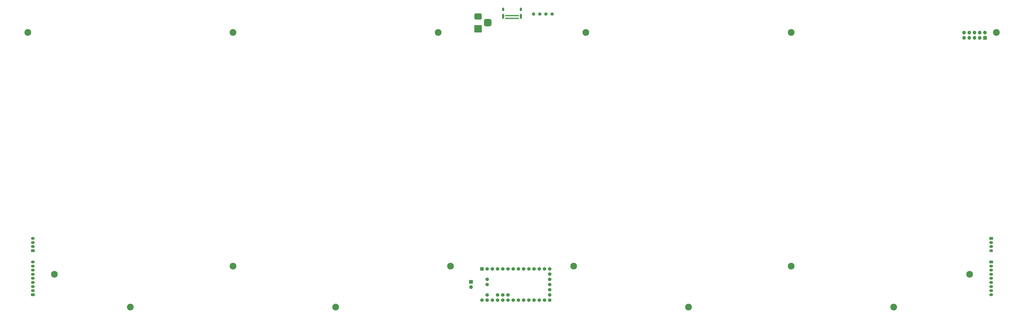
<source format=gbr>
G04 #@! TF.GenerationSoftware,KiCad,Pcbnew,(5.1.7)-1*
G04 #@! TF.CreationDate,2021-02-18T19:25:02-05:00*
G04 #@! TF.ProjectId,OpeNITHM-full,4f70654e-4954-4484-9d2d-66756c6c2e6b,rev?*
G04 #@! TF.SameCoordinates,Original*
G04 #@! TF.FileFunction,Soldermask,Bot*
G04 #@! TF.FilePolarity,Negative*
%FSLAX46Y46*%
G04 Gerber Fmt 4.6, Leading zero omitted, Abs format (unit mm)*
G04 Created by KiCad (PCBNEW (5.1.7)-1) date 2021-02-18 19:25:02*
%MOMM*%
%LPD*%
G01*
G04 APERTURE LIST*
%ADD10O,1.802000X1.802000*%
%ADD11C,1.702000*%
%ADD12C,0.802000*%
%ADD13O,1.002000X2.502000*%
%ADD14O,1.002000X1.802000*%
%ADD15C,1.602000*%
%ADD16O,1.852000X1.302000*%
%ADD17C,3.302000*%
%ADD18C,0.100000*%
G04 APERTURE END LIST*
D10*
X368300000Y-18097500D03*
X368300000Y-20637500D03*
X370840000Y-18097500D03*
X370840000Y-20637500D03*
X373380000Y-18097500D03*
X373380000Y-20637500D03*
X375920000Y-18097500D03*
X375920000Y-20637500D03*
X378460000Y-18097500D03*
G36*
G01*
X379310000Y-21538500D02*
X377610000Y-21538500D01*
G75*
G02*
X377559000Y-21487500I0J51000D01*
G01*
X377559000Y-19787500D01*
G75*
G02*
X377610000Y-19736500I51000J0D01*
G01*
X379310000Y-19736500D01*
G75*
G02*
X379361000Y-19787500I0J-51000D01*
G01*
X379361000Y-21487500D01*
G75*
G02*
X379310000Y-21538500I-51000J0D01*
G01*
G37*
D11*
X135890000Y-140970000D03*
X135890000Y-138430000D03*
G36*
G01*
X132499000Y-134150000D02*
X132499000Y-132550000D01*
G75*
G02*
X132550000Y-132499000I51000J0D01*
G01*
X134150000Y-132499000D01*
G75*
G02*
X134201000Y-132550000I0J-51000D01*
G01*
X134201000Y-134150000D01*
G75*
G02*
X134150000Y-134201000I-51000J0D01*
G01*
X132550000Y-134201000D01*
G75*
G02*
X132499000Y-134150000I0J51000D01*
G01*
G37*
X135890000Y-133350000D03*
X138430000Y-133350000D03*
X140970000Y-133350000D03*
X143510000Y-133350000D03*
X146050000Y-133350000D03*
X148590000Y-133350000D03*
X151130000Y-133350000D03*
X153670000Y-133350000D03*
X156210000Y-133350000D03*
X158750000Y-133350000D03*
X161290000Y-133350000D03*
X163830000Y-133350000D03*
X146050000Y-146050000D03*
X143510000Y-146050000D03*
X140970000Y-146050000D03*
X135890000Y-146050000D03*
X133350000Y-148590000D03*
X135890000Y-148590000D03*
X138430000Y-148590000D03*
X140970000Y-148590000D03*
X143510000Y-148590000D03*
X146050000Y-148590000D03*
X148590000Y-148590000D03*
X151130000Y-148590000D03*
X153670000Y-148590000D03*
X156210000Y-148590000D03*
X158750000Y-148590000D03*
X161290000Y-148590000D03*
X163830000Y-148590000D03*
X166370000Y-133350000D03*
X166370000Y-135890000D03*
X166370000Y-138430000D03*
X166370000Y-148590000D03*
X166370000Y-146050000D03*
X166370000Y-143510000D03*
X166370000Y-140970000D03*
G36*
G01*
X128901000Y-138850000D02*
X128901000Y-140550000D01*
G75*
G02*
X128850000Y-140601000I-51000J0D01*
G01*
X127150000Y-140601000D01*
G75*
G02*
X127099000Y-140550000I0J51000D01*
G01*
X127099000Y-138850000D01*
G75*
G02*
X127150000Y-138799000I51000J0D01*
G01*
X128850000Y-138799000D01*
G75*
G02*
X128901000Y-138850000I0J-51000D01*
G01*
G37*
D10*
X128000000Y-142240000D03*
D12*
X145020000Y-11100000D03*
X145870000Y-11100000D03*
X146720000Y-11100000D03*
X147570000Y-11100000D03*
X148420000Y-11100000D03*
X149270000Y-11100000D03*
X150120000Y-11100000D03*
X150970000Y-11100000D03*
X145870000Y-9750000D03*
X147570000Y-9750000D03*
X146720000Y-9750000D03*
X145020000Y-9750000D03*
X149270000Y-9750000D03*
X150120000Y-9750000D03*
X150970000Y-9750000D03*
X148420000Y-9750000D03*
D13*
X143670000Y-10120000D03*
X152320000Y-10120000D03*
D14*
X143670000Y-6740000D03*
X152320000Y-6740000D03*
G36*
G01*
X135244500Y-11399000D02*
X137045500Y-11399000D01*
G75*
G02*
X137946000Y-12299500I0J-900500D01*
G01*
X137946000Y-14100500D01*
G75*
G02*
X137045500Y-15001000I-900500J0D01*
G01*
X135244500Y-15001000D01*
G75*
G02*
X134344000Y-14100500I0J900500D01*
G01*
X134344000Y-12299500D01*
G75*
G02*
X135244500Y-11399000I900500J0D01*
G01*
G37*
G36*
G01*
X130419500Y-8649000D02*
X132470500Y-8649000D01*
G75*
G02*
X133246000Y-9424500I0J-775500D01*
G01*
X133246000Y-10975500D01*
G75*
G02*
X132470500Y-11751000I-775500J0D01*
G01*
X130419500Y-11751000D01*
G75*
G02*
X129644000Y-10975500I0J775500D01*
G01*
X129644000Y-9424500D01*
G75*
G02*
X130419500Y-8649000I775500J0D01*
G01*
G37*
G36*
G01*
X129695000Y-14399000D02*
X133195000Y-14399000D01*
G75*
G02*
X133246000Y-14450000I0J-51000D01*
G01*
X133246000Y-17950000D01*
G75*
G02*
X133195000Y-18001000I-51000J0D01*
G01*
X129695000Y-18001000D01*
G75*
G02*
X129644000Y-17950000I0J51000D01*
G01*
X129644000Y-14450000D01*
G75*
G02*
X129695000Y-14399000I51000J0D01*
G01*
G37*
D15*
X167500000Y-9000000D03*
X164500000Y-9000000D03*
X161500000Y-9000000D03*
X158500000Y-9000000D03*
D16*
X-85500000Y-118500000D03*
X-85500000Y-120500000D03*
X-85500000Y-122500000D03*
G36*
G01*
X-84845248Y-125151000D02*
X-86154752Y-125151000D01*
G75*
G02*
X-86426000Y-124879752I0J271248D01*
G01*
X-86426000Y-124120248D01*
G75*
G02*
X-86154752Y-123849000I271248J0D01*
G01*
X-84845248Y-123849000D01*
G75*
G02*
X-84574000Y-124120248I0J-271248D01*
G01*
X-84574000Y-124879752D01*
G75*
G02*
X-84845248Y-125151000I-271248J0D01*
G01*
G37*
X381500000Y-124500000D03*
X381500000Y-122500000D03*
X381500000Y-120500000D03*
G36*
G01*
X380845248Y-117849000D02*
X382154752Y-117849000D01*
G75*
G02*
X382426000Y-118120248I0J-271248D01*
G01*
X382426000Y-118879752D01*
G75*
G02*
X382154752Y-119151000I-271248J0D01*
G01*
X380845248Y-119151000D01*
G75*
G02*
X380574000Y-118879752I0J271248D01*
G01*
X380574000Y-118120248D01*
G75*
G02*
X380845248Y-117849000I271248J0D01*
G01*
G37*
X381500000Y-146000000D03*
X381500000Y-144000000D03*
X381500000Y-142000000D03*
X381500000Y-140000000D03*
X381500000Y-138000000D03*
X381500000Y-136000000D03*
X381500000Y-134000000D03*
X381500000Y-132000000D03*
G36*
G01*
X380845248Y-129349000D02*
X382154752Y-129349000D01*
G75*
G02*
X382426000Y-129620248I0J-271248D01*
G01*
X382426000Y-130379752D01*
G75*
G02*
X382154752Y-130651000I-271248J0D01*
G01*
X380845248Y-130651000D01*
G75*
G02*
X380574000Y-130379752I0J271248D01*
G01*
X380574000Y-129620248D01*
G75*
G02*
X380845248Y-129349000I271248J0D01*
G01*
G37*
X-85500000Y-130000000D03*
X-85500000Y-132000000D03*
X-85500000Y-134000000D03*
X-85500000Y-136000000D03*
X-85500000Y-138000000D03*
X-85500000Y-140000000D03*
X-85500000Y-142000000D03*
X-85500000Y-144000000D03*
G36*
G01*
X-84845248Y-146651000D02*
X-86154752Y-146651000D01*
G75*
G02*
X-86426000Y-146379752I0J271248D01*
G01*
X-86426000Y-145620248D01*
G75*
G02*
X-86154752Y-145349000I271248J0D01*
G01*
X-84845248Y-145349000D01*
G75*
G02*
X-84574000Y-145620248I0J-271248D01*
G01*
X-84574000Y-146379752D01*
G75*
G02*
X-84845248Y-146651000I-271248J0D01*
G01*
G37*
D17*
X284000000Y-132000000D03*
X178000000Y-132000000D03*
X118000000Y-132000000D03*
X12000000Y-132000000D03*
X-88000000Y-18000000D03*
X334000000Y-152000000D03*
X284000000Y-18000000D03*
X234000000Y-152000000D03*
X184000000Y-18000000D03*
X62000000Y-152000000D03*
X112000000Y-18000000D03*
X-38000000Y-152000000D03*
X12000000Y-18000000D03*
X371000000Y-136000000D03*
X384000000Y-18000000D03*
X-75000000Y-136000000D03*
D18*
G36*
X134345990Y-14100304D02*
G01*
X134363273Y-14275784D01*
X134414403Y-14444337D01*
X134497433Y-14599675D01*
X134609171Y-14735829D01*
X134745325Y-14847567D01*
X134900663Y-14930597D01*
X135069216Y-14981727D01*
X135244696Y-14999010D01*
X135246322Y-15000175D01*
X135246126Y-15002165D01*
X135244500Y-15003000D01*
X135188140Y-15003000D01*
X135187944Y-15002990D01*
X135018438Y-14986295D01*
X135018053Y-14986219D01*
X134860959Y-14938565D01*
X134860597Y-14938415D01*
X134715826Y-14861033D01*
X134715500Y-14860815D01*
X134588603Y-14756674D01*
X134588326Y-14756397D01*
X134484185Y-14629500D01*
X134483967Y-14629174D01*
X134406585Y-14484403D01*
X134406435Y-14484041D01*
X134358781Y-14326947D01*
X134358705Y-14326562D01*
X134342010Y-14157056D01*
X134342000Y-14156860D01*
X134342000Y-14100500D01*
X134343000Y-14098768D01*
X134345000Y-14098768D01*
X134345990Y-14100304D01*
G37*
G36*
X137947165Y-14098874D02*
G01*
X137948000Y-14100500D01*
X137948000Y-14156860D01*
X137947990Y-14157056D01*
X137931295Y-14326562D01*
X137931219Y-14326947D01*
X137883565Y-14484041D01*
X137883415Y-14484403D01*
X137806033Y-14629174D01*
X137805815Y-14629500D01*
X137701674Y-14756397D01*
X137701397Y-14756674D01*
X137574500Y-14860815D01*
X137574174Y-14861033D01*
X137429403Y-14938415D01*
X137429041Y-14938565D01*
X137271947Y-14986219D01*
X137271562Y-14986295D01*
X137102056Y-15002990D01*
X137101860Y-15003000D01*
X137045500Y-15003000D01*
X137043768Y-15002000D01*
X137043768Y-15000000D01*
X137045304Y-14999010D01*
X137220784Y-14981727D01*
X137389337Y-14930597D01*
X137544675Y-14847567D01*
X137680829Y-14735829D01*
X137792567Y-14599675D01*
X137875597Y-14444337D01*
X137926727Y-14275784D01*
X137944010Y-14100304D01*
X137945175Y-14098678D01*
X137947165Y-14098874D01*
G37*
G36*
X135246232Y-11398000D02*
G01*
X135246232Y-11400000D01*
X135244696Y-11400990D01*
X135069216Y-11418273D01*
X134900663Y-11469403D01*
X134745325Y-11552433D01*
X134609171Y-11664171D01*
X134497433Y-11800325D01*
X134414403Y-11955663D01*
X134363273Y-12124216D01*
X134345990Y-12299696D01*
X134344825Y-12301322D01*
X134342835Y-12301126D01*
X134342000Y-12299500D01*
X134342000Y-12243140D01*
X134342010Y-12242944D01*
X134358705Y-12073438D01*
X134358781Y-12073053D01*
X134406435Y-11915959D01*
X134406585Y-11915597D01*
X134483967Y-11770826D01*
X134484185Y-11770500D01*
X134588326Y-11643603D01*
X134588603Y-11643326D01*
X134715500Y-11539185D01*
X134715826Y-11538967D01*
X134860597Y-11461585D01*
X134860959Y-11461435D01*
X135018053Y-11413781D01*
X135018438Y-11413705D01*
X135187944Y-11397010D01*
X135188140Y-11397000D01*
X135244500Y-11397000D01*
X135246232Y-11398000D01*
G37*
G36*
X137102056Y-11397010D02*
G01*
X137271562Y-11413705D01*
X137271947Y-11413781D01*
X137429041Y-11461435D01*
X137429403Y-11461585D01*
X137574174Y-11538967D01*
X137574500Y-11539185D01*
X137701397Y-11643326D01*
X137701674Y-11643603D01*
X137805815Y-11770500D01*
X137806033Y-11770826D01*
X137883415Y-11915597D01*
X137883565Y-11915959D01*
X137931219Y-12073053D01*
X137931295Y-12073438D01*
X137947990Y-12242944D01*
X137948000Y-12243140D01*
X137948000Y-12299500D01*
X137947000Y-12301232D01*
X137945000Y-12301232D01*
X137944010Y-12299696D01*
X137926727Y-12124216D01*
X137875597Y-11955663D01*
X137792567Y-11800325D01*
X137680829Y-11664171D01*
X137544675Y-11552433D01*
X137389337Y-11469403D01*
X137220784Y-11418273D01*
X137045304Y-11400990D01*
X137043678Y-11399825D01*
X137043874Y-11397835D01*
X137045500Y-11397000D01*
X137101860Y-11397000D01*
X137102056Y-11397010D01*
G37*
G36*
X133247165Y-10973874D02*
G01*
X133248000Y-10975500D01*
X133248000Y-11031860D01*
X133247990Y-11032056D01*
X133233697Y-11177175D01*
X133233621Y-11177560D01*
X133193080Y-11311206D01*
X133192930Y-11311568D01*
X133127100Y-11434727D01*
X133126882Y-11435053D01*
X133038286Y-11543009D01*
X133038009Y-11543286D01*
X132930053Y-11631882D01*
X132929727Y-11632100D01*
X132806568Y-11697930D01*
X132806206Y-11698080D01*
X132672560Y-11738621D01*
X132672175Y-11738697D01*
X132527056Y-11752990D01*
X132526860Y-11753000D01*
X132470500Y-11753000D01*
X132468768Y-11752000D01*
X132468768Y-11750000D01*
X132470304Y-11749010D01*
X132621398Y-11734129D01*
X132766502Y-11690112D01*
X132900229Y-11618634D01*
X133017440Y-11522440D01*
X133113634Y-11405229D01*
X133185112Y-11271502D01*
X133229129Y-11126398D01*
X133244010Y-10975304D01*
X133245175Y-10973678D01*
X133247165Y-10973874D01*
G37*
G36*
X129645990Y-10975304D02*
G01*
X129660871Y-11126398D01*
X129704888Y-11271502D01*
X129776366Y-11405229D01*
X129872560Y-11522440D01*
X129989771Y-11618634D01*
X130123498Y-11690112D01*
X130268602Y-11734129D01*
X130419696Y-11749010D01*
X130421322Y-11750175D01*
X130421126Y-11752165D01*
X130419500Y-11753000D01*
X130363140Y-11753000D01*
X130362944Y-11752990D01*
X130217825Y-11738697D01*
X130217440Y-11738621D01*
X130083794Y-11698080D01*
X130083432Y-11697930D01*
X129960273Y-11632100D01*
X129959947Y-11631882D01*
X129851991Y-11543286D01*
X129851714Y-11543009D01*
X129763118Y-11435053D01*
X129762900Y-11434727D01*
X129697070Y-11311568D01*
X129696920Y-11311206D01*
X129656379Y-11177560D01*
X129656303Y-11177175D01*
X129642010Y-11032056D01*
X129642000Y-11031860D01*
X129642000Y-10975500D01*
X129643000Y-10973768D01*
X129645000Y-10973768D01*
X129645990Y-10975304D01*
G37*
G36*
X149596509Y-10866767D02*
G01*
X149608033Y-10880810D01*
X149626670Y-10896105D01*
X149647934Y-10907470D01*
X149671009Y-10914470D01*
X149695000Y-10916833D01*
X149718991Y-10914470D01*
X149742066Y-10907470D01*
X149763330Y-10896105D01*
X149781967Y-10880810D01*
X149793491Y-10866767D01*
X149795363Y-10866063D01*
X149796909Y-10867331D01*
X149796700Y-10869147D01*
X149768123Y-10911917D01*
X149738191Y-10984178D01*
X149722931Y-11060894D01*
X149722931Y-11139106D01*
X149738191Y-11215822D01*
X149768123Y-11288083D01*
X149796700Y-11330853D01*
X149796831Y-11332849D01*
X149795168Y-11333960D01*
X149793491Y-11333233D01*
X149781967Y-11319190D01*
X149763330Y-11303895D01*
X149742066Y-11292530D01*
X149718991Y-11285530D01*
X149695000Y-11283167D01*
X149671009Y-11285530D01*
X149647934Y-11292530D01*
X149626670Y-11303895D01*
X149608033Y-11319190D01*
X149596509Y-11333233D01*
X149594637Y-11333937D01*
X149593091Y-11332669D01*
X149593300Y-11330853D01*
X149621877Y-11288083D01*
X149651809Y-11215822D01*
X149667069Y-11139106D01*
X149667069Y-11060894D01*
X149651809Y-10984178D01*
X149621877Y-10911917D01*
X149593300Y-10869147D01*
X149593169Y-10867151D01*
X149594832Y-10866040D01*
X149596509Y-10866767D01*
G37*
G36*
X146196509Y-10866767D02*
G01*
X146208033Y-10880810D01*
X146226670Y-10896105D01*
X146247934Y-10907470D01*
X146271009Y-10914470D01*
X146295000Y-10916833D01*
X146318991Y-10914470D01*
X146342066Y-10907470D01*
X146363330Y-10896105D01*
X146381967Y-10880810D01*
X146393491Y-10866767D01*
X146395363Y-10866063D01*
X146396909Y-10867331D01*
X146396700Y-10869147D01*
X146368123Y-10911917D01*
X146338191Y-10984178D01*
X146322931Y-11060894D01*
X146322931Y-11139106D01*
X146338191Y-11215822D01*
X146368123Y-11288083D01*
X146396700Y-11330853D01*
X146396831Y-11332849D01*
X146395168Y-11333960D01*
X146393491Y-11333233D01*
X146381967Y-11319190D01*
X146363330Y-11303895D01*
X146342066Y-11292530D01*
X146318991Y-11285530D01*
X146295000Y-11283167D01*
X146271009Y-11285530D01*
X146247934Y-11292530D01*
X146226670Y-11303895D01*
X146208033Y-11319190D01*
X146196509Y-11333233D01*
X146194637Y-11333937D01*
X146193091Y-11332669D01*
X146193300Y-11330853D01*
X146221877Y-11288083D01*
X146251809Y-11215822D01*
X146267069Y-11139106D01*
X146267069Y-11060894D01*
X146251809Y-10984178D01*
X146221877Y-10911917D01*
X146193300Y-10869147D01*
X146193169Y-10867151D01*
X146194832Y-10866040D01*
X146196509Y-10866767D01*
G37*
G36*
X150446509Y-10866767D02*
G01*
X150458033Y-10880810D01*
X150476670Y-10896105D01*
X150497934Y-10907470D01*
X150521009Y-10914470D01*
X150545000Y-10916833D01*
X150568991Y-10914470D01*
X150592066Y-10907470D01*
X150613330Y-10896105D01*
X150631967Y-10880810D01*
X150643491Y-10866767D01*
X150645363Y-10866063D01*
X150646909Y-10867331D01*
X150646700Y-10869147D01*
X150618123Y-10911917D01*
X150588191Y-10984178D01*
X150572931Y-11060894D01*
X150572931Y-11139106D01*
X150588191Y-11215822D01*
X150618123Y-11288083D01*
X150646700Y-11330853D01*
X150646831Y-11332849D01*
X150645168Y-11333960D01*
X150643491Y-11333233D01*
X150631967Y-11319190D01*
X150613330Y-11303895D01*
X150592066Y-11292530D01*
X150568991Y-11285530D01*
X150545000Y-11283167D01*
X150521009Y-11285530D01*
X150497934Y-11292530D01*
X150476670Y-11303895D01*
X150458033Y-11319190D01*
X150446509Y-11333233D01*
X150444637Y-11333937D01*
X150443091Y-11332669D01*
X150443300Y-11330853D01*
X150471877Y-11288083D01*
X150501809Y-11215822D01*
X150517069Y-11139106D01*
X150517069Y-11060894D01*
X150501809Y-10984178D01*
X150471877Y-10911917D01*
X150443300Y-10869147D01*
X150443169Y-10867151D01*
X150444832Y-10866040D01*
X150446509Y-10866767D01*
G37*
G36*
X147046509Y-10866767D02*
G01*
X147058033Y-10880810D01*
X147076670Y-10896105D01*
X147097934Y-10907470D01*
X147121009Y-10914470D01*
X147145000Y-10916833D01*
X147168991Y-10914470D01*
X147192066Y-10907470D01*
X147213330Y-10896105D01*
X147231967Y-10880810D01*
X147243491Y-10866767D01*
X147245363Y-10866063D01*
X147246909Y-10867331D01*
X147246700Y-10869147D01*
X147218123Y-10911917D01*
X147188191Y-10984178D01*
X147172931Y-11060894D01*
X147172931Y-11139106D01*
X147188191Y-11215822D01*
X147218123Y-11288083D01*
X147246700Y-11330853D01*
X147246831Y-11332849D01*
X147245168Y-11333960D01*
X147243491Y-11333233D01*
X147231967Y-11319190D01*
X147213330Y-11303895D01*
X147192066Y-11292530D01*
X147168991Y-11285530D01*
X147145000Y-11283167D01*
X147121009Y-11285530D01*
X147097934Y-11292530D01*
X147076670Y-11303895D01*
X147058033Y-11319190D01*
X147046509Y-11333233D01*
X147044637Y-11333937D01*
X147043091Y-11332669D01*
X147043300Y-11330853D01*
X147071877Y-11288083D01*
X147101809Y-11215822D01*
X147117069Y-11139106D01*
X147117069Y-11060894D01*
X147101809Y-10984178D01*
X147071877Y-10911917D01*
X147043300Y-10869147D01*
X147043169Y-10867151D01*
X147044832Y-10866040D01*
X147046509Y-10866767D01*
G37*
G36*
X148746509Y-10866767D02*
G01*
X148758033Y-10880810D01*
X148776670Y-10896105D01*
X148797934Y-10907470D01*
X148821009Y-10914470D01*
X148845000Y-10916833D01*
X148868991Y-10914470D01*
X148892066Y-10907470D01*
X148913330Y-10896105D01*
X148931967Y-10880810D01*
X148943491Y-10866767D01*
X148945363Y-10866063D01*
X148946909Y-10867331D01*
X148946700Y-10869147D01*
X148918123Y-10911917D01*
X148888191Y-10984178D01*
X148872931Y-11060894D01*
X148872931Y-11139106D01*
X148888191Y-11215822D01*
X148918123Y-11288083D01*
X148946700Y-11330853D01*
X148946831Y-11332849D01*
X148945168Y-11333960D01*
X148943491Y-11333233D01*
X148931967Y-11319190D01*
X148913330Y-11303895D01*
X148892066Y-11292530D01*
X148868991Y-11285530D01*
X148845000Y-11283167D01*
X148821009Y-11285530D01*
X148797934Y-11292530D01*
X148776670Y-11303895D01*
X148758033Y-11319190D01*
X148746509Y-11333233D01*
X148744637Y-11333937D01*
X148743091Y-11332669D01*
X148743300Y-11330853D01*
X148771877Y-11288083D01*
X148801809Y-11215822D01*
X148817069Y-11139106D01*
X148817069Y-11060894D01*
X148801809Y-10984178D01*
X148771877Y-10911917D01*
X148743300Y-10869147D01*
X148743169Y-10867151D01*
X148744832Y-10866040D01*
X148746509Y-10866767D01*
G37*
G36*
X147896509Y-10866767D02*
G01*
X147908033Y-10880810D01*
X147926670Y-10896105D01*
X147947934Y-10907470D01*
X147971009Y-10914470D01*
X147995000Y-10916833D01*
X148018991Y-10914470D01*
X148042066Y-10907470D01*
X148063330Y-10896105D01*
X148081967Y-10880810D01*
X148093491Y-10866767D01*
X148095363Y-10866063D01*
X148096909Y-10867331D01*
X148096700Y-10869147D01*
X148068123Y-10911917D01*
X148038191Y-10984178D01*
X148022931Y-11060894D01*
X148022931Y-11139106D01*
X148038191Y-11215822D01*
X148068123Y-11288083D01*
X148096700Y-11330853D01*
X148096831Y-11332849D01*
X148095168Y-11333960D01*
X148093491Y-11333233D01*
X148081967Y-11319190D01*
X148063330Y-11303895D01*
X148042066Y-11292530D01*
X148018991Y-11285530D01*
X147995000Y-11283167D01*
X147971009Y-11285530D01*
X147947934Y-11292530D01*
X147926670Y-11303895D01*
X147908033Y-11319190D01*
X147896509Y-11333233D01*
X147894637Y-11333937D01*
X147893091Y-11332669D01*
X147893300Y-11330853D01*
X147921877Y-11288083D01*
X147951809Y-11215822D01*
X147967069Y-11139106D01*
X147967069Y-11060894D01*
X147951809Y-10984178D01*
X147921877Y-10911917D01*
X147893300Y-10869147D01*
X147893169Y-10867151D01*
X147894832Y-10866040D01*
X147896509Y-10866767D01*
G37*
G36*
X145346509Y-10866767D02*
G01*
X145358033Y-10880810D01*
X145376670Y-10896105D01*
X145397934Y-10907470D01*
X145421009Y-10914470D01*
X145445000Y-10916833D01*
X145468991Y-10914470D01*
X145492066Y-10907470D01*
X145513330Y-10896105D01*
X145531967Y-10880810D01*
X145543491Y-10866767D01*
X145545363Y-10866063D01*
X145546909Y-10867331D01*
X145546700Y-10869147D01*
X145518123Y-10911917D01*
X145488191Y-10984178D01*
X145472931Y-11060894D01*
X145472931Y-11139106D01*
X145488191Y-11215822D01*
X145518123Y-11288083D01*
X145546700Y-11330853D01*
X145546831Y-11332849D01*
X145545168Y-11333960D01*
X145543491Y-11333233D01*
X145531967Y-11319190D01*
X145513330Y-11303895D01*
X145492066Y-11292530D01*
X145468991Y-11285530D01*
X145445000Y-11283167D01*
X145421009Y-11285530D01*
X145397934Y-11292530D01*
X145376670Y-11303895D01*
X145358033Y-11319190D01*
X145346509Y-11333233D01*
X145344637Y-11333937D01*
X145343091Y-11332669D01*
X145343300Y-11330853D01*
X145371877Y-11288083D01*
X145401809Y-11215822D01*
X145417069Y-11139106D01*
X145417069Y-11060894D01*
X145401809Y-10984178D01*
X145371877Y-10911917D01*
X145343300Y-10869147D01*
X145343169Y-10867151D01*
X145344832Y-10866040D01*
X145346509Y-10866767D01*
G37*
G36*
X148746509Y-9516767D02*
G01*
X148758033Y-9530810D01*
X148776670Y-9546105D01*
X148797934Y-9557470D01*
X148821009Y-9564470D01*
X148845000Y-9566833D01*
X148868991Y-9564470D01*
X148892066Y-9557470D01*
X148913330Y-9546105D01*
X148931967Y-9530810D01*
X148943491Y-9516767D01*
X148945363Y-9516063D01*
X148946909Y-9517331D01*
X148946700Y-9519147D01*
X148918123Y-9561917D01*
X148888191Y-9634178D01*
X148872931Y-9710894D01*
X148872931Y-9789106D01*
X148888191Y-9865822D01*
X148918123Y-9938083D01*
X148946700Y-9980853D01*
X148946831Y-9982849D01*
X148945168Y-9983960D01*
X148943491Y-9983233D01*
X148931967Y-9969190D01*
X148913330Y-9953895D01*
X148892066Y-9942530D01*
X148868991Y-9935530D01*
X148845000Y-9933167D01*
X148821009Y-9935530D01*
X148797934Y-9942530D01*
X148776670Y-9953895D01*
X148758033Y-9969190D01*
X148746509Y-9983233D01*
X148744637Y-9983937D01*
X148743091Y-9982669D01*
X148743300Y-9980853D01*
X148771877Y-9938083D01*
X148801809Y-9865822D01*
X148817069Y-9789106D01*
X148817069Y-9710894D01*
X148801809Y-9634178D01*
X148771877Y-9561917D01*
X148743300Y-9519147D01*
X148743169Y-9517151D01*
X148744832Y-9516040D01*
X148746509Y-9516767D01*
G37*
G36*
X147896509Y-9516767D02*
G01*
X147908033Y-9530810D01*
X147926670Y-9546105D01*
X147947934Y-9557470D01*
X147971009Y-9564470D01*
X147995000Y-9566833D01*
X148018991Y-9564470D01*
X148042066Y-9557470D01*
X148063330Y-9546105D01*
X148081967Y-9530810D01*
X148093491Y-9516767D01*
X148095363Y-9516063D01*
X148096909Y-9517331D01*
X148096700Y-9519147D01*
X148068123Y-9561917D01*
X148038191Y-9634178D01*
X148022931Y-9710894D01*
X148022931Y-9789106D01*
X148038191Y-9865822D01*
X148068123Y-9938083D01*
X148096700Y-9980853D01*
X148096831Y-9982849D01*
X148095168Y-9983960D01*
X148093491Y-9983233D01*
X148081967Y-9969190D01*
X148063330Y-9953895D01*
X148042066Y-9942530D01*
X148018991Y-9935530D01*
X147995000Y-9933167D01*
X147971009Y-9935530D01*
X147947934Y-9942530D01*
X147926670Y-9953895D01*
X147908033Y-9969190D01*
X147896509Y-9983233D01*
X147894637Y-9983937D01*
X147893091Y-9982669D01*
X147893300Y-9980853D01*
X147921877Y-9938083D01*
X147951809Y-9865822D01*
X147967069Y-9789106D01*
X147967069Y-9710894D01*
X147951809Y-9634178D01*
X147921877Y-9561917D01*
X147893300Y-9519147D01*
X147893169Y-9517151D01*
X147894832Y-9516040D01*
X147896509Y-9516767D01*
G37*
G36*
X145346509Y-9516767D02*
G01*
X145358033Y-9530810D01*
X145376670Y-9546105D01*
X145397934Y-9557470D01*
X145421009Y-9564470D01*
X145445000Y-9566833D01*
X145468991Y-9564470D01*
X145492066Y-9557470D01*
X145513330Y-9546105D01*
X145531967Y-9530810D01*
X145543491Y-9516767D01*
X145545363Y-9516063D01*
X145546909Y-9517331D01*
X145546700Y-9519147D01*
X145518123Y-9561917D01*
X145488191Y-9634178D01*
X145472931Y-9710894D01*
X145472931Y-9789106D01*
X145488191Y-9865822D01*
X145518123Y-9938083D01*
X145546700Y-9980853D01*
X145546831Y-9982849D01*
X145545168Y-9983960D01*
X145543491Y-9983233D01*
X145531967Y-9969190D01*
X145513330Y-9953895D01*
X145492066Y-9942530D01*
X145468991Y-9935530D01*
X145445000Y-9933167D01*
X145421009Y-9935530D01*
X145397934Y-9942530D01*
X145376670Y-9953895D01*
X145358033Y-9969190D01*
X145346509Y-9983233D01*
X145344637Y-9983937D01*
X145343091Y-9982669D01*
X145343300Y-9980853D01*
X145371877Y-9938083D01*
X145401809Y-9865822D01*
X145417069Y-9789106D01*
X145417069Y-9710894D01*
X145401809Y-9634178D01*
X145371877Y-9561917D01*
X145343300Y-9519147D01*
X145343169Y-9517151D01*
X145344832Y-9516040D01*
X145346509Y-9516767D01*
G37*
G36*
X147046509Y-9516767D02*
G01*
X147058033Y-9530810D01*
X147076670Y-9546105D01*
X147097934Y-9557470D01*
X147121009Y-9564470D01*
X147145000Y-9566833D01*
X147168991Y-9564470D01*
X147192066Y-9557470D01*
X147213330Y-9546105D01*
X147231967Y-9530810D01*
X147243491Y-9516767D01*
X147245363Y-9516063D01*
X147246909Y-9517331D01*
X147246700Y-9519147D01*
X147218123Y-9561917D01*
X147188191Y-9634178D01*
X147172931Y-9710894D01*
X147172931Y-9789106D01*
X147188191Y-9865822D01*
X147218123Y-9938083D01*
X147246700Y-9980853D01*
X147246831Y-9982849D01*
X147245168Y-9983960D01*
X147243491Y-9983233D01*
X147231967Y-9969190D01*
X147213330Y-9953895D01*
X147192066Y-9942530D01*
X147168991Y-9935530D01*
X147145000Y-9933167D01*
X147121009Y-9935530D01*
X147097934Y-9942530D01*
X147076670Y-9953895D01*
X147058033Y-9969190D01*
X147046509Y-9983233D01*
X147044637Y-9983937D01*
X147043091Y-9982669D01*
X147043300Y-9980853D01*
X147071877Y-9938083D01*
X147101809Y-9865822D01*
X147117069Y-9789106D01*
X147117069Y-9710894D01*
X147101809Y-9634178D01*
X147071877Y-9561917D01*
X147043300Y-9519147D01*
X147043169Y-9517151D01*
X147044832Y-9516040D01*
X147046509Y-9516767D01*
G37*
G36*
X149596509Y-9516767D02*
G01*
X149608033Y-9530810D01*
X149626670Y-9546105D01*
X149647934Y-9557470D01*
X149671009Y-9564470D01*
X149695000Y-9566833D01*
X149718991Y-9564470D01*
X149742066Y-9557470D01*
X149763330Y-9546105D01*
X149781967Y-9530810D01*
X149793491Y-9516767D01*
X149795363Y-9516063D01*
X149796909Y-9517331D01*
X149796700Y-9519147D01*
X149768123Y-9561917D01*
X149738191Y-9634178D01*
X149722931Y-9710894D01*
X149722931Y-9789106D01*
X149738191Y-9865822D01*
X149768123Y-9938083D01*
X149796700Y-9980853D01*
X149796831Y-9982849D01*
X149795168Y-9983960D01*
X149793491Y-9983233D01*
X149781967Y-9969190D01*
X149763330Y-9953895D01*
X149742066Y-9942530D01*
X149718991Y-9935530D01*
X149695000Y-9933167D01*
X149671009Y-9935530D01*
X149647934Y-9942530D01*
X149626670Y-9953895D01*
X149608033Y-9969190D01*
X149596509Y-9983233D01*
X149594637Y-9983937D01*
X149593091Y-9982669D01*
X149593300Y-9980853D01*
X149621877Y-9938083D01*
X149651809Y-9865822D01*
X149667069Y-9789106D01*
X149667069Y-9710894D01*
X149651809Y-9634178D01*
X149621877Y-9561917D01*
X149593300Y-9519147D01*
X149593169Y-9517151D01*
X149594832Y-9516040D01*
X149596509Y-9516767D01*
G37*
G36*
X146196509Y-9516767D02*
G01*
X146208033Y-9530810D01*
X146226670Y-9546105D01*
X146247934Y-9557470D01*
X146271009Y-9564470D01*
X146295000Y-9566833D01*
X146318991Y-9564470D01*
X146342066Y-9557470D01*
X146363330Y-9546105D01*
X146381967Y-9530810D01*
X146393491Y-9516767D01*
X146395363Y-9516063D01*
X146396909Y-9517331D01*
X146396700Y-9519147D01*
X146368123Y-9561917D01*
X146338191Y-9634178D01*
X146322931Y-9710894D01*
X146322931Y-9789106D01*
X146338191Y-9865822D01*
X146368123Y-9938083D01*
X146396700Y-9980853D01*
X146396831Y-9982849D01*
X146395168Y-9983960D01*
X146393491Y-9983233D01*
X146381967Y-9969190D01*
X146363330Y-9953895D01*
X146342066Y-9942530D01*
X146318991Y-9935530D01*
X146295000Y-9933167D01*
X146271009Y-9935530D01*
X146247934Y-9942530D01*
X146226670Y-9953895D01*
X146208033Y-9969190D01*
X146196509Y-9983233D01*
X146194637Y-9983937D01*
X146193091Y-9982669D01*
X146193300Y-9980853D01*
X146221877Y-9938083D01*
X146251809Y-9865822D01*
X146267069Y-9789106D01*
X146267069Y-9710894D01*
X146251809Y-9634178D01*
X146221877Y-9561917D01*
X146193300Y-9519147D01*
X146193169Y-9517151D01*
X146194832Y-9516040D01*
X146196509Y-9516767D01*
G37*
G36*
X150446509Y-9516767D02*
G01*
X150458033Y-9530810D01*
X150476670Y-9546105D01*
X150497934Y-9557470D01*
X150521009Y-9564470D01*
X150545000Y-9566833D01*
X150568991Y-9564470D01*
X150592066Y-9557470D01*
X150613330Y-9546105D01*
X150631967Y-9530810D01*
X150643491Y-9516767D01*
X150645363Y-9516063D01*
X150646909Y-9517331D01*
X150646700Y-9519147D01*
X150618123Y-9561917D01*
X150588191Y-9634178D01*
X150572931Y-9710894D01*
X150572931Y-9789106D01*
X150588191Y-9865822D01*
X150618123Y-9938083D01*
X150646700Y-9980853D01*
X150646831Y-9982849D01*
X150645168Y-9983960D01*
X150643491Y-9983233D01*
X150631967Y-9969190D01*
X150613330Y-9953895D01*
X150592066Y-9942530D01*
X150568991Y-9935530D01*
X150545000Y-9933167D01*
X150521009Y-9935530D01*
X150497934Y-9942530D01*
X150476670Y-9953895D01*
X150458033Y-9969190D01*
X150446509Y-9983233D01*
X150444637Y-9983937D01*
X150443091Y-9982669D01*
X150443300Y-9980853D01*
X150471877Y-9938083D01*
X150501809Y-9865822D01*
X150517069Y-9789106D01*
X150517069Y-9710894D01*
X150501809Y-9634178D01*
X150471877Y-9561917D01*
X150443300Y-9519147D01*
X150443169Y-9517151D01*
X150444832Y-9516040D01*
X150446509Y-9516767D01*
G37*
G36*
X130421232Y-8648000D02*
G01*
X130421232Y-8650000D01*
X130419696Y-8650990D01*
X130268602Y-8665871D01*
X130123498Y-8709888D01*
X129989771Y-8781366D01*
X129872560Y-8877560D01*
X129776366Y-8994771D01*
X129704888Y-9128498D01*
X129660871Y-9273602D01*
X129645990Y-9424696D01*
X129644825Y-9426322D01*
X129642835Y-9426126D01*
X129642000Y-9424500D01*
X129642000Y-9368140D01*
X129642010Y-9367944D01*
X129656303Y-9222825D01*
X129656379Y-9222440D01*
X129696920Y-9088794D01*
X129697070Y-9088432D01*
X129762900Y-8965273D01*
X129763118Y-8964947D01*
X129851714Y-8856991D01*
X129851991Y-8856714D01*
X129959947Y-8768118D01*
X129960273Y-8767900D01*
X130083432Y-8702070D01*
X130083794Y-8701920D01*
X130217440Y-8661379D01*
X130217825Y-8661303D01*
X130362944Y-8647010D01*
X130363140Y-8647000D01*
X130419500Y-8647000D01*
X130421232Y-8648000D01*
G37*
G36*
X132527056Y-8647010D02*
G01*
X132672175Y-8661303D01*
X132672560Y-8661379D01*
X132806206Y-8701920D01*
X132806568Y-8702070D01*
X132929727Y-8767900D01*
X132930053Y-8768118D01*
X133038009Y-8856714D01*
X133038286Y-8856991D01*
X133126882Y-8964947D01*
X133127100Y-8965273D01*
X133192930Y-9088432D01*
X133193080Y-9088794D01*
X133233621Y-9222440D01*
X133233697Y-9222825D01*
X133247990Y-9367944D01*
X133248000Y-9368140D01*
X133248000Y-9424500D01*
X133247000Y-9426232D01*
X133245000Y-9426232D01*
X133244010Y-9424696D01*
X133229129Y-9273602D01*
X133185112Y-9128498D01*
X133113634Y-8994771D01*
X133017440Y-8877560D01*
X132900229Y-8781366D01*
X132766502Y-8709888D01*
X132621398Y-8665871D01*
X132470304Y-8650990D01*
X132468678Y-8649825D01*
X132468874Y-8647835D01*
X132470500Y-8647000D01*
X132526860Y-8647000D01*
X132527056Y-8647010D01*
G37*
M02*

</source>
